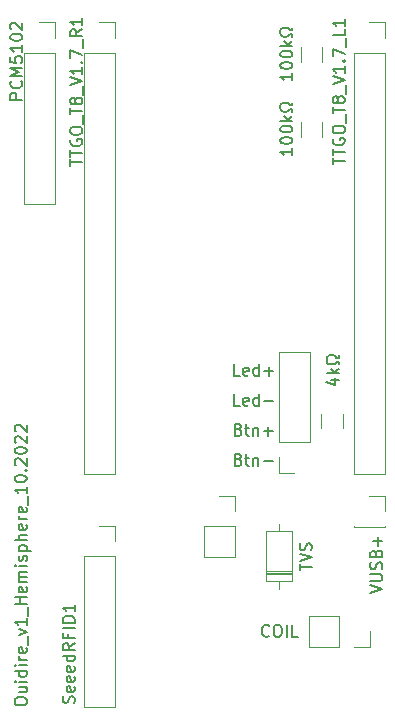
<source format=gbr>
%TF.GenerationSoftware,KiCad,Pcbnew,(5.1.6-0)*%
%TF.CreationDate,2022-10-03T16:44:33+02:00*%
%TF.ProjectId,Ouidire_v1,4f756964-6972-4655-9f76-312e6b696361,rev?*%
%TF.SameCoordinates,Original*%
%TF.FileFunction,Legend,Top*%
%TF.FilePolarity,Positive*%
%FSLAX46Y46*%
G04 Gerber Fmt 4.6, Leading zero omitted, Abs format (unit mm)*
G04 Created by KiCad (PCBNEW (5.1.6-0)) date 2022-10-03 16:44:33*
%MOMM*%
%LPD*%
G01*
G04 APERTURE LIST*
%ADD10C,0.150000*%
%ADD11C,0.120000*%
G04 APERTURE END LIST*
D10*
X151677714Y-105687714D02*
X152344380Y-105687714D01*
X151296761Y-105925809D02*
X152011047Y-106163904D01*
X152011047Y-105544857D01*
X152344380Y-105163904D02*
X151344380Y-105163904D01*
X151963428Y-105068666D02*
X152344380Y-104782952D01*
X151677714Y-104782952D02*
X152058666Y-105163904D01*
X152344380Y-104402000D02*
X152344380Y-104163904D01*
X152153904Y-104163904D01*
X152106285Y-104259142D01*
X152011047Y-104354380D01*
X151868190Y-104402000D01*
X151630095Y-104402000D01*
X151487238Y-104354380D01*
X151392000Y-104259142D01*
X151344380Y-104116285D01*
X151344380Y-103925809D01*
X151392000Y-103782952D01*
X151487238Y-103687714D01*
X151630095Y-103640095D01*
X151868190Y-103640095D01*
X152011047Y-103687714D01*
X152106285Y-103782952D01*
X152153904Y-103878190D01*
X152344380Y-103878190D01*
X152344380Y-103640095D01*
X149058380Y-121840476D02*
X149058380Y-121269047D01*
X150058380Y-121554761D02*
X149058380Y-121554761D01*
X149058380Y-121078571D02*
X150058380Y-120745238D01*
X149058380Y-120411904D01*
X150010761Y-120126190D02*
X150058380Y-119983333D01*
X150058380Y-119745238D01*
X150010761Y-119650000D01*
X149963142Y-119602380D01*
X149867904Y-119554761D01*
X149772666Y-119554761D01*
X149677428Y-119602380D01*
X149629809Y-119650000D01*
X149582190Y-119745238D01*
X149534571Y-119935714D01*
X149486952Y-120030952D01*
X149439333Y-120078571D01*
X149344095Y-120126190D01*
X149248857Y-120126190D01*
X149153619Y-120078571D01*
X149106000Y-120030952D01*
X149058380Y-119935714D01*
X149058380Y-119697619D01*
X149106000Y-119554761D01*
X146462857Y-127357142D02*
X146415238Y-127404761D01*
X146272380Y-127452380D01*
X146177142Y-127452380D01*
X146034285Y-127404761D01*
X145939047Y-127309523D01*
X145891428Y-127214285D01*
X145843809Y-127023809D01*
X145843809Y-126880952D01*
X145891428Y-126690476D01*
X145939047Y-126595238D01*
X146034285Y-126500000D01*
X146177142Y-126452380D01*
X146272380Y-126452380D01*
X146415238Y-126500000D01*
X146462857Y-126547619D01*
X147081904Y-126452380D02*
X147272380Y-126452380D01*
X147367619Y-126500000D01*
X147462857Y-126595238D01*
X147510476Y-126785714D01*
X147510476Y-127119047D01*
X147462857Y-127309523D01*
X147367619Y-127404761D01*
X147272380Y-127452380D01*
X147081904Y-127452380D01*
X146986666Y-127404761D01*
X146891428Y-127309523D01*
X146843809Y-127119047D01*
X146843809Y-126785714D01*
X146891428Y-126595238D01*
X146986666Y-126500000D01*
X147081904Y-126452380D01*
X147939047Y-127452380D02*
X147939047Y-126452380D01*
X148891428Y-127452380D02*
X148415238Y-127452380D01*
X148415238Y-126452380D01*
X148407380Y-79747857D02*
X148407380Y-80319285D01*
X148407380Y-80033571D02*
X147407380Y-80033571D01*
X147550238Y-80128809D01*
X147645476Y-80224047D01*
X147693095Y-80319285D01*
X147407380Y-79128809D02*
X147407380Y-79033571D01*
X147455000Y-78938333D01*
X147502619Y-78890714D01*
X147597857Y-78843095D01*
X147788333Y-78795476D01*
X148026428Y-78795476D01*
X148216904Y-78843095D01*
X148312142Y-78890714D01*
X148359761Y-78938333D01*
X148407380Y-79033571D01*
X148407380Y-79128809D01*
X148359761Y-79224047D01*
X148312142Y-79271666D01*
X148216904Y-79319285D01*
X148026428Y-79366904D01*
X147788333Y-79366904D01*
X147597857Y-79319285D01*
X147502619Y-79271666D01*
X147455000Y-79224047D01*
X147407380Y-79128809D01*
X147407380Y-78176428D02*
X147407380Y-78081190D01*
X147455000Y-77985952D01*
X147502619Y-77938333D01*
X147597857Y-77890714D01*
X147788333Y-77843095D01*
X148026428Y-77843095D01*
X148216904Y-77890714D01*
X148312142Y-77938333D01*
X148359761Y-77985952D01*
X148407380Y-78081190D01*
X148407380Y-78176428D01*
X148359761Y-78271666D01*
X148312142Y-78319285D01*
X148216904Y-78366904D01*
X148026428Y-78414523D01*
X147788333Y-78414523D01*
X147597857Y-78366904D01*
X147502619Y-78319285D01*
X147455000Y-78271666D01*
X147407380Y-78176428D01*
X148407380Y-77414523D02*
X147407380Y-77414523D01*
X148026428Y-77319285D02*
X148407380Y-77033571D01*
X147740714Y-77033571D02*
X148121666Y-77414523D01*
X148407380Y-76652619D02*
X148407380Y-76414523D01*
X148216904Y-76414523D01*
X148169285Y-76509761D01*
X148074047Y-76605000D01*
X147931190Y-76652619D01*
X147693095Y-76652619D01*
X147550238Y-76605000D01*
X147455000Y-76509761D01*
X147407380Y-76366904D01*
X147407380Y-76176428D01*
X147455000Y-76033571D01*
X147550238Y-75938333D01*
X147693095Y-75890714D01*
X147931190Y-75890714D01*
X148074047Y-75938333D01*
X148169285Y-76033571D01*
X148216904Y-76128809D01*
X148407380Y-76128809D01*
X148407380Y-75890714D01*
X148407380Y-86097857D02*
X148407380Y-86669285D01*
X148407380Y-86383571D02*
X147407380Y-86383571D01*
X147550238Y-86478809D01*
X147645476Y-86574047D01*
X147693095Y-86669285D01*
X147407380Y-85478809D02*
X147407380Y-85383571D01*
X147455000Y-85288333D01*
X147502619Y-85240714D01*
X147597857Y-85193095D01*
X147788333Y-85145476D01*
X148026428Y-85145476D01*
X148216904Y-85193095D01*
X148312142Y-85240714D01*
X148359761Y-85288333D01*
X148407380Y-85383571D01*
X148407380Y-85478809D01*
X148359761Y-85574047D01*
X148312142Y-85621666D01*
X148216904Y-85669285D01*
X148026428Y-85716904D01*
X147788333Y-85716904D01*
X147597857Y-85669285D01*
X147502619Y-85621666D01*
X147455000Y-85574047D01*
X147407380Y-85478809D01*
X147407380Y-84526428D02*
X147407380Y-84431190D01*
X147455000Y-84335952D01*
X147502619Y-84288333D01*
X147597857Y-84240714D01*
X147788333Y-84193095D01*
X148026428Y-84193095D01*
X148216904Y-84240714D01*
X148312142Y-84288333D01*
X148359761Y-84335952D01*
X148407380Y-84431190D01*
X148407380Y-84526428D01*
X148359761Y-84621666D01*
X148312142Y-84669285D01*
X148216904Y-84716904D01*
X148026428Y-84764523D01*
X147788333Y-84764523D01*
X147597857Y-84716904D01*
X147502619Y-84669285D01*
X147455000Y-84621666D01*
X147407380Y-84526428D01*
X148407380Y-83764523D02*
X147407380Y-83764523D01*
X148026428Y-83669285D02*
X148407380Y-83383571D01*
X147740714Y-83383571D02*
X148121666Y-83764523D01*
X148407380Y-83002619D02*
X148407380Y-82764523D01*
X148216904Y-82764523D01*
X148169285Y-82859761D01*
X148074047Y-82955000D01*
X147931190Y-83002619D01*
X147693095Y-83002619D01*
X147550238Y-82955000D01*
X147455000Y-82859761D01*
X147407380Y-82716904D01*
X147407380Y-82526428D01*
X147455000Y-82383571D01*
X147550238Y-82288333D01*
X147693095Y-82240714D01*
X147931190Y-82240714D01*
X148074047Y-82288333D01*
X148169285Y-82383571D01*
X148216904Y-82478809D01*
X148407380Y-82478809D01*
X148407380Y-82240714D01*
X124928380Y-133031785D02*
X124928380Y-132841309D01*
X124976000Y-132746071D01*
X125071238Y-132650833D01*
X125261714Y-132603214D01*
X125595047Y-132603214D01*
X125785523Y-132650833D01*
X125880761Y-132746071D01*
X125928380Y-132841309D01*
X125928380Y-133031785D01*
X125880761Y-133127023D01*
X125785523Y-133222261D01*
X125595047Y-133269880D01*
X125261714Y-133269880D01*
X125071238Y-133222261D01*
X124976000Y-133127023D01*
X124928380Y-133031785D01*
X125261714Y-131746071D02*
X125928380Y-131746071D01*
X125261714Y-132174642D02*
X125785523Y-132174642D01*
X125880761Y-132127023D01*
X125928380Y-132031785D01*
X125928380Y-131888928D01*
X125880761Y-131793690D01*
X125833142Y-131746071D01*
X125928380Y-131269880D02*
X125261714Y-131269880D01*
X124928380Y-131269880D02*
X124976000Y-131317500D01*
X125023619Y-131269880D01*
X124976000Y-131222261D01*
X124928380Y-131269880D01*
X125023619Y-131269880D01*
X125928380Y-130365119D02*
X124928380Y-130365119D01*
X125880761Y-130365119D02*
X125928380Y-130460357D01*
X125928380Y-130650833D01*
X125880761Y-130746071D01*
X125833142Y-130793690D01*
X125737904Y-130841309D01*
X125452190Y-130841309D01*
X125356952Y-130793690D01*
X125309333Y-130746071D01*
X125261714Y-130650833D01*
X125261714Y-130460357D01*
X125309333Y-130365119D01*
X125928380Y-129888928D02*
X125261714Y-129888928D01*
X124928380Y-129888928D02*
X124976000Y-129936547D01*
X125023619Y-129888928D01*
X124976000Y-129841309D01*
X124928380Y-129888928D01*
X125023619Y-129888928D01*
X125928380Y-129412738D02*
X125261714Y-129412738D01*
X125452190Y-129412738D02*
X125356952Y-129365119D01*
X125309333Y-129317500D01*
X125261714Y-129222261D01*
X125261714Y-129127023D01*
X125880761Y-128412738D02*
X125928380Y-128507976D01*
X125928380Y-128698452D01*
X125880761Y-128793690D01*
X125785523Y-128841309D01*
X125404571Y-128841309D01*
X125309333Y-128793690D01*
X125261714Y-128698452D01*
X125261714Y-128507976D01*
X125309333Y-128412738D01*
X125404571Y-128365119D01*
X125499809Y-128365119D01*
X125595047Y-128841309D01*
X126023619Y-128174642D02*
X126023619Y-127412738D01*
X125261714Y-127269880D02*
X125928380Y-127031785D01*
X125261714Y-126793690D01*
X125928380Y-125888928D02*
X125928380Y-126460357D01*
X125928380Y-126174642D02*
X124928380Y-126174642D01*
X125071238Y-126269880D01*
X125166476Y-126365119D01*
X125214095Y-126460357D01*
X126023619Y-125698452D02*
X126023619Y-124936547D01*
X125928380Y-124698452D02*
X124928380Y-124698452D01*
X125404571Y-124698452D02*
X125404571Y-124127023D01*
X125928380Y-124127023D02*
X124928380Y-124127023D01*
X125880761Y-123269880D02*
X125928380Y-123365119D01*
X125928380Y-123555595D01*
X125880761Y-123650833D01*
X125785523Y-123698452D01*
X125404571Y-123698452D01*
X125309333Y-123650833D01*
X125261714Y-123555595D01*
X125261714Y-123365119D01*
X125309333Y-123269880D01*
X125404571Y-123222261D01*
X125499809Y-123222261D01*
X125595047Y-123698452D01*
X125928380Y-122793690D02*
X125261714Y-122793690D01*
X125356952Y-122793690D02*
X125309333Y-122746071D01*
X125261714Y-122650833D01*
X125261714Y-122507976D01*
X125309333Y-122412738D01*
X125404571Y-122365119D01*
X125928380Y-122365119D01*
X125404571Y-122365119D02*
X125309333Y-122317500D01*
X125261714Y-122222261D01*
X125261714Y-122079404D01*
X125309333Y-121984166D01*
X125404571Y-121936547D01*
X125928380Y-121936547D01*
X125928380Y-121460357D02*
X125261714Y-121460357D01*
X124928380Y-121460357D02*
X124976000Y-121507976D01*
X125023619Y-121460357D01*
X124976000Y-121412738D01*
X124928380Y-121460357D01*
X125023619Y-121460357D01*
X125880761Y-121031785D02*
X125928380Y-120936547D01*
X125928380Y-120746071D01*
X125880761Y-120650833D01*
X125785523Y-120603214D01*
X125737904Y-120603214D01*
X125642666Y-120650833D01*
X125595047Y-120746071D01*
X125595047Y-120888928D01*
X125547428Y-120984166D01*
X125452190Y-121031785D01*
X125404571Y-121031785D01*
X125309333Y-120984166D01*
X125261714Y-120888928D01*
X125261714Y-120746071D01*
X125309333Y-120650833D01*
X125261714Y-120174642D02*
X126261714Y-120174642D01*
X125309333Y-120174642D02*
X125261714Y-120079404D01*
X125261714Y-119888928D01*
X125309333Y-119793690D01*
X125356952Y-119746071D01*
X125452190Y-119698452D01*
X125737904Y-119698452D01*
X125833142Y-119746071D01*
X125880761Y-119793690D01*
X125928380Y-119888928D01*
X125928380Y-120079404D01*
X125880761Y-120174642D01*
X125928380Y-119269880D02*
X124928380Y-119269880D01*
X125928380Y-118841309D02*
X125404571Y-118841309D01*
X125309333Y-118888928D01*
X125261714Y-118984166D01*
X125261714Y-119127023D01*
X125309333Y-119222261D01*
X125356952Y-119269880D01*
X125880761Y-117984166D02*
X125928380Y-118079404D01*
X125928380Y-118269880D01*
X125880761Y-118365119D01*
X125785523Y-118412738D01*
X125404571Y-118412738D01*
X125309333Y-118365119D01*
X125261714Y-118269880D01*
X125261714Y-118079404D01*
X125309333Y-117984166D01*
X125404571Y-117936547D01*
X125499809Y-117936547D01*
X125595047Y-118412738D01*
X125928380Y-117507976D02*
X125261714Y-117507976D01*
X125452190Y-117507976D02*
X125356952Y-117460357D01*
X125309333Y-117412738D01*
X125261714Y-117317500D01*
X125261714Y-117222261D01*
X125880761Y-116507976D02*
X125928380Y-116603214D01*
X125928380Y-116793690D01*
X125880761Y-116888928D01*
X125785523Y-116936547D01*
X125404571Y-116936547D01*
X125309333Y-116888928D01*
X125261714Y-116793690D01*
X125261714Y-116603214D01*
X125309333Y-116507976D01*
X125404571Y-116460357D01*
X125499809Y-116460357D01*
X125595047Y-116936547D01*
X126023619Y-116269880D02*
X126023619Y-115507976D01*
X125928380Y-114746071D02*
X125928380Y-115317500D01*
X125928380Y-115031785D02*
X124928380Y-115031785D01*
X125071238Y-115127023D01*
X125166476Y-115222261D01*
X125214095Y-115317500D01*
X124928380Y-114127023D02*
X124928380Y-114031785D01*
X124976000Y-113936547D01*
X125023619Y-113888928D01*
X125118857Y-113841309D01*
X125309333Y-113793690D01*
X125547428Y-113793690D01*
X125737904Y-113841309D01*
X125833142Y-113888928D01*
X125880761Y-113936547D01*
X125928380Y-114031785D01*
X125928380Y-114127023D01*
X125880761Y-114222261D01*
X125833142Y-114269880D01*
X125737904Y-114317500D01*
X125547428Y-114365119D01*
X125309333Y-114365119D01*
X125118857Y-114317500D01*
X125023619Y-114269880D01*
X124976000Y-114222261D01*
X124928380Y-114127023D01*
X125833142Y-113365119D02*
X125880761Y-113317500D01*
X125928380Y-113365119D01*
X125880761Y-113412738D01*
X125833142Y-113365119D01*
X125928380Y-113365119D01*
X125023619Y-112936547D02*
X124976000Y-112888928D01*
X124928380Y-112793690D01*
X124928380Y-112555595D01*
X124976000Y-112460357D01*
X125023619Y-112412738D01*
X125118857Y-112365119D01*
X125214095Y-112365119D01*
X125356952Y-112412738D01*
X125928380Y-112984166D01*
X125928380Y-112365119D01*
X124928380Y-111746071D02*
X124928380Y-111650833D01*
X124976000Y-111555595D01*
X125023619Y-111507976D01*
X125118857Y-111460357D01*
X125309333Y-111412738D01*
X125547428Y-111412738D01*
X125737904Y-111460357D01*
X125833142Y-111507976D01*
X125880761Y-111555595D01*
X125928380Y-111650833D01*
X125928380Y-111746071D01*
X125880761Y-111841309D01*
X125833142Y-111888928D01*
X125737904Y-111936547D01*
X125547428Y-111984166D01*
X125309333Y-111984166D01*
X125118857Y-111936547D01*
X125023619Y-111888928D01*
X124976000Y-111841309D01*
X124928380Y-111746071D01*
X125023619Y-111031785D02*
X124976000Y-110984166D01*
X124928380Y-110888928D01*
X124928380Y-110650833D01*
X124976000Y-110555595D01*
X125023619Y-110507976D01*
X125118857Y-110460357D01*
X125214095Y-110460357D01*
X125356952Y-110507976D01*
X125928380Y-111079404D01*
X125928380Y-110460357D01*
X125023619Y-110079404D02*
X124976000Y-110031785D01*
X124928380Y-109936547D01*
X124928380Y-109698452D01*
X124976000Y-109603214D01*
X125023619Y-109555595D01*
X125118857Y-109507976D01*
X125214095Y-109507976D01*
X125356952Y-109555595D01*
X125928380Y-110127023D01*
X125928380Y-109507976D01*
X143970523Y-105354380D02*
X143494333Y-105354380D01*
X143494333Y-104354380D01*
X144684809Y-105306761D02*
X144589571Y-105354380D01*
X144399095Y-105354380D01*
X144303857Y-105306761D01*
X144256238Y-105211523D01*
X144256238Y-104830571D01*
X144303857Y-104735333D01*
X144399095Y-104687714D01*
X144589571Y-104687714D01*
X144684809Y-104735333D01*
X144732428Y-104830571D01*
X144732428Y-104925809D01*
X144256238Y-105021047D01*
X145589571Y-105354380D02*
X145589571Y-104354380D01*
X145589571Y-105306761D02*
X145494333Y-105354380D01*
X145303857Y-105354380D01*
X145208619Y-105306761D01*
X145161000Y-105259142D01*
X145113380Y-105163904D01*
X145113380Y-104878190D01*
X145161000Y-104782952D01*
X145208619Y-104735333D01*
X145303857Y-104687714D01*
X145494333Y-104687714D01*
X145589571Y-104735333D01*
X146065761Y-104973428D02*
X146827666Y-104973428D01*
X146446714Y-105354380D02*
X146446714Y-104592476D01*
X143970523Y-107894380D02*
X143494333Y-107894380D01*
X143494333Y-106894380D01*
X144684809Y-107846761D02*
X144589571Y-107894380D01*
X144399095Y-107894380D01*
X144303857Y-107846761D01*
X144256238Y-107751523D01*
X144256238Y-107370571D01*
X144303857Y-107275333D01*
X144399095Y-107227714D01*
X144589571Y-107227714D01*
X144684809Y-107275333D01*
X144732428Y-107370571D01*
X144732428Y-107465809D01*
X144256238Y-107561047D01*
X145589571Y-107894380D02*
X145589571Y-106894380D01*
X145589571Y-107846761D02*
X145494333Y-107894380D01*
X145303857Y-107894380D01*
X145208619Y-107846761D01*
X145161000Y-107799142D01*
X145113380Y-107703904D01*
X145113380Y-107418190D01*
X145161000Y-107322952D01*
X145208619Y-107275333D01*
X145303857Y-107227714D01*
X145494333Y-107227714D01*
X145589571Y-107275333D01*
X146065761Y-107513428D02*
X146827666Y-107513428D01*
X143875285Y-109910571D02*
X144018142Y-109958190D01*
X144065761Y-110005809D01*
X144113380Y-110101047D01*
X144113380Y-110243904D01*
X144065761Y-110339142D01*
X144018142Y-110386761D01*
X143922904Y-110434380D01*
X143541952Y-110434380D01*
X143541952Y-109434380D01*
X143875285Y-109434380D01*
X143970523Y-109482000D01*
X144018142Y-109529619D01*
X144065761Y-109624857D01*
X144065761Y-109720095D01*
X144018142Y-109815333D01*
X143970523Y-109862952D01*
X143875285Y-109910571D01*
X143541952Y-109910571D01*
X144399095Y-109767714D02*
X144780047Y-109767714D01*
X144541952Y-109434380D02*
X144541952Y-110291523D01*
X144589571Y-110386761D01*
X144684809Y-110434380D01*
X144780047Y-110434380D01*
X145113380Y-109767714D02*
X145113380Y-110434380D01*
X145113380Y-109862952D02*
X145161000Y-109815333D01*
X145256238Y-109767714D01*
X145399095Y-109767714D01*
X145494333Y-109815333D01*
X145541952Y-109910571D01*
X145541952Y-110434380D01*
X146018142Y-110053428D02*
X146780047Y-110053428D01*
X146399095Y-110434380D02*
X146399095Y-109672476D01*
X143875285Y-112450571D02*
X144018142Y-112498190D01*
X144065761Y-112545809D01*
X144113380Y-112641047D01*
X144113380Y-112783904D01*
X144065761Y-112879142D01*
X144018142Y-112926761D01*
X143922904Y-112974380D01*
X143541952Y-112974380D01*
X143541952Y-111974380D01*
X143875285Y-111974380D01*
X143970523Y-112022000D01*
X144018142Y-112069619D01*
X144065761Y-112164857D01*
X144065761Y-112260095D01*
X144018142Y-112355333D01*
X143970523Y-112402952D01*
X143875285Y-112450571D01*
X143541952Y-112450571D01*
X144399095Y-112307714D02*
X144780047Y-112307714D01*
X144541952Y-111974380D02*
X144541952Y-112831523D01*
X144589571Y-112926761D01*
X144684809Y-112974380D01*
X144780047Y-112974380D01*
X145113380Y-112307714D02*
X145113380Y-112974380D01*
X145113380Y-112402952D02*
X145161000Y-112355333D01*
X145256238Y-112307714D01*
X145399095Y-112307714D01*
X145494333Y-112355333D01*
X145541952Y-112450571D01*
X145541952Y-112974380D01*
X146018142Y-112593428D02*
X146780047Y-112593428D01*
D11*
%TO.C,PCM5102*%
X125670000Y-78025001D02*
X128330000Y-78025001D01*
X125670000Y-78025001D02*
X125670000Y-90785001D01*
X125670000Y-90785001D02*
X128330000Y-90785001D01*
X128330000Y-78025001D02*
X128330000Y-90785001D01*
X128330000Y-75425001D02*
X128330000Y-76755001D01*
X127000000Y-75425001D02*
X128330000Y-75425001D01*
%TO.C,JST_LedBtn1*%
X149920000Y-110998000D02*
X147260000Y-110998000D01*
X149920000Y-110998000D02*
X149920000Y-103318000D01*
X149920000Y-103318000D02*
X147260000Y-103318000D01*
X147260000Y-110998000D02*
X147260000Y-103318000D01*
X147260000Y-113598000D02*
X147260000Y-112268000D01*
X148590000Y-113598000D02*
X147260000Y-113598000D01*
%TO.C,Coil1*%
X142240000Y-115510000D02*
X143570000Y-115510000D01*
X143570000Y-115510000D02*
X143570000Y-116840000D01*
X143570000Y-118110000D02*
X143570000Y-120710000D01*
X140910000Y-120710000D02*
X143570000Y-120710000D01*
X140910000Y-118110000D02*
X140910000Y-120710000D01*
X140910000Y-118110000D02*
X143570000Y-118110000D01*
%TO.C,Coil2*%
X152400000Y-125670000D02*
X152400000Y-128330000D01*
X152400000Y-125670000D02*
X149800000Y-125670000D01*
X149800000Y-125670000D02*
X149800000Y-128330000D01*
X152400000Y-128330000D02*
X149800000Y-128330000D01*
X155000000Y-128330000D02*
X153670000Y-128330000D01*
X155000000Y-127000000D02*
X155000000Y-128330000D01*
%TO.C,D1*%
X146200000Y-122770000D02*
X148440000Y-122770000D01*
X148440000Y-122770000D02*
X148440000Y-118530000D01*
X148440000Y-118530000D02*
X146200000Y-118530000D01*
X146200000Y-118530000D02*
X146200000Y-122770000D01*
X147320000Y-123420000D02*
X147320000Y-122770000D01*
X147320000Y-117880000D02*
X147320000Y-118530000D01*
X146200000Y-122050000D02*
X148440000Y-122050000D01*
X146200000Y-121930000D02*
X148440000Y-121930000D01*
X146200000Y-122170000D02*
X148440000Y-122170000D01*
%TO.C,VUSB+*%
X153610000Y-118170000D02*
X156270000Y-118170000D01*
X153610000Y-118050000D02*
X153610000Y-118170000D01*
X156270000Y-118050000D02*
X156270000Y-118170000D01*
X156270000Y-115510000D02*
X156270000Y-116840000D01*
X154940000Y-115510000D02*
X156270000Y-115510000D01*
%TO.C,R1*%
X149153200Y-85107864D02*
X149153200Y-83903736D01*
X150973200Y-85107864D02*
X150973200Y-83903736D01*
%TO.C,R2*%
X150973200Y-78757864D02*
X150973200Y-77553736D01*
X149153200Y-78757864D02*
X149153200Y-77553736D01*
%TO.C,R3*%
X150855000Y-109822064D02*
X150855000Y-108617936D01*
X152675000Y-109822064D02*
X152675000Y-108617936D01*
%TO.C,SeeedRFID1*%
X132080000Y-118050000D02*
X133410000Y-118050000D01*
X133410000Y-118050000D02*
X133410000Y-119380000D01*
X133410000Y-120650000D02*
X133410000Y-133410000D01*
X130750000Y-133410000D02*
X133410000Y-133410000D01*
X130750000Y-120650000D02*
X130750000Y-133410000D01*
X130750000Y-120650000D02*
X133410000Y-120650000D01*
%TO.C,TTGO_T8_V1.7_L1*%
X153610000Y-78025001D02*
X156270000Y-78025001D01*
X153610000Y-78025001D02*
X153610000Y-113645001D01*
X153610000Y-113645001D02*
X156270000Y-113645001D01*
X156270000Y-78025001D02*
X156270000Y-113645001D01*
X156270000Y-75425001D02*
X156270000Y-76755001D01*
X154940000Y-75425001D02*
X156270000Y-75425001D01*
%TO.C,TTGO_T8_V1.7_R1*%
X132080000Y-75425001D02*
X133410000Y-75425001D01*
X133410000Y-75425001D02*
X133410000Y-76755001D01*
X133410000Y-78025001D02*
X133410000Y-113645001D01*
X130750000Y-113645001D02*
X133410000Y-113645001D01*
X130750000Y-78025001D02*
X130750000Y-113645001D01*
X130750000Y-78025001D02*
X133410000Y-78025001D01*
%TO.C,PCM5102*%
D10*
X125547380Y-81978095D02*
X124547380Y-81978095D01*
X124547380Y-81597142D01*
X124595000Y-81501904D01*
X124642619Y-81454285D01*
X124737857Y-81406666D01*
X124880714Y-81406666D01*
X124975952Y-81454285D01*
X125023571Y-81501904D01*
X125071190Y-81597142D01*
X125071190Y-81978095D01*
X125452142Y-80406666D02*
X125499761Y-80454285D01*
X125547380Y-80597142D01*
X125547380Y-80692380D01*
X125499761Y-80835238D01*
X125404523Y-80930476D01*
X125309285Y-80978095D01*
X125118809Y-81025714D01*
X124975952Y-81025714D01*
X124785476Y-80978095D01*
X124690238Y-80930476D01*
X124595000Y-80835238D01*
X124547380Y-80692380D01*
X124547380Y-80597142D01*
X124595000Y-80454285D01*
X124642619Y-80406666D01*
X125547380Y-79978095D02*
X124547380Y-79978095D01*
X125261666Y-79644761D01*
X124547380Y-79311428D01*
X125547380Y-79311428D01*
X124547380Y-78359047D02*
X124547380Y-78835238D01*
X125023571Y-78882857D01*
X124975952Y-78835238D01*
X124928333Y-78740000D01*
X124928333Y-78501904D01*
X124975952Y-78406666D01*
X125023571Y-78359047D01*
X125118809Y-78311428D01*
X125356904Y-78311428D01*
X125452142Y-78359047D01*
X125499761Y-78406666D01*
X125547380Y-78501904D01*
X125547380Y-78740000D01*
X125499761Y-78835238D01*
X125452142Y-78882857D01*
X125547380Y-77359047D02*
X125547380Y-77930476D01*
X125547380Y-77644761D02*
X124547380Y-77644761D01*
X124690238Y-77740000D01*
X124785476Y-77835238D01*
X124833095Y-77930476D01*
X124547380Y-76740000D02*
X124547380Y-76644761D01*
X124595000Y-76549523D01*
X124642619Y-76501904D01*
X124737857Y-76454285D01*
X124928333Y-76406666D01*
X125166428Y-76406666D01*
X125356904Y-76454285D01*
X125452142Y-76501904D01*
X125499761Y-76549523D01*
X125547380Y-76644761D01*
X125547380Y-76740000D01*
X125499761Y-76835238D01*
X125452142Y-76882857D01*
X125356904Y-76930476D01*
X125166428Y-76978095D01*
X124928333Y-76978095D01*
X124737857Y-76930476D01*
X124642619Y-76882857D01*
X124595000Y-76835238D01*
X124547380Y-76740000D01*
X124642619Y-76025714D02*
X124595000Y-75978095D01*
X124547380Y-75882857D01*
X124547380Y-75644761D01*
X124595000Y-75549523D01*
X124642619Y-75501904D01*
X124737857Y-75454285D01*
X124833095Y-75454285D01*
X124975952Y-75501904D01*
X125547380Y-76073333D01*
X125547380Y-75454285D01*
%TO.C,VUSB+*%
X155027380Y-123737380D02*
X156027380Y-123404047D01*
X155027380Y-123070714D01*
X155027380Y-122737380D02*
X155836904Y-122737380D01*
X155932142Y-122689761D01*
X155979761Y-122642142D01*
X156027380Y-122546904D01*
X156027380Y-122356428D01*
X155979761Y-122261190D01*
X155932142Y-122213571D01*
X155836904Y-122165952D01*
X155027380Y-122165952D01*
X155979761Y-121737380D02*
X156027380Y-121594523D01*
X156027380Y-121356428D01*
X155979761Y-121261190D01*
X155932142Y-121213571D01*
X155836904Y-121165952D01*
X155741666Y-121165952D01*
X155646428Y-121213571D01*
X155598809Y-121261190D01*
X155551190Y-121356428D01*
X155503571Y-121546904D01*
X155455952Y-121642142D01*
X155408333Y-121689761D01*
X155313095Y-121737380D01*
X155217857Y-121737380D01*
X155122619Y-121689761D01*
X155075000Y-121642142D01*
X155027380Y-121546904D01*
X155027380Y-121308809D01*
X155075000Y-121165952D01*
X155503571Y-120404047D02*
X155551190Y-120261190D01*
X155598809Y-120213571D01*
X155694047Y-120165952D01*
X155836904Y-120165952D01*
X155932142Y-120213571D01*
X155979761Y-120261190D01*
X156027380Y-120356428D01*
X156027380Y-120737380D01*
X155027380Y-120737380D01*
X155027380Y-120404047D01*
X155075000Y-120308809D01*
X155122619Y-120261190D01*
X155217857Y-120213571D01*
X155313095Y-120213571D01*
X155408333Y-120261190D01*
X155455952Y-120308809D01*
X155503571Y-120404047D01*
X155503571Y-120737380D01*
X155646428Y-119737380D02*
X155646428Y-118975476D01*
X156027380Y-119356428D02*
X155265476Y-119356428D01*
%TO.C,SeeedRFID1*%
X129944761Y-133071666D02*
X129992380Y-132928809D01*
X129992380Y-132690714D01*
X129944761Y-132595476D01*
X129897142Y-132547857D01*
X129801904Y-132500238D01*
X129706666Y-132500238D01*
X129611428Y-132547857D01*
X129563809Y-132595476D01*
X129516190Y-132690714D01*
X129468571Y-132881190D01*
X129420952Y-132976428D01*
X129373333Y-133024047D01*
X129278095Y-133071666D01*
X129182857Y-133071666D01*
X129087619Y-133024047D01*
X129040000Y-132976428D01*
X128992380Y-132881190D01*
X128992380Y-132643095D01*
X129040000Y-132500238D01*
X129944761Y-131690714D02*
X129992380Y-131785952D01*
X129992380Y-131976428D01*
X129944761Y-132071666D01*
X129849523Y-132119285D01*
X129468571Y-132119285D01*
X129373333Y-132071666D01*
X129325714Y-131976428D01*
X129325714Y-131785952D01*
X129373333Y-131690714D01*
X129468571Y-131643095D01*
X129563809Y-131643095D01*
X129659047Y-132119285D01*
X129944761Y-130833571D02*
X129992380Y-130928809D01*
X129992380Y-131119285D01*
X129944761Y-131214523D01*
X129849523Y-131262142D01*
X129468571Y-131262142D01*
X129373333Y-131214523D01*
X129325714Y-131119285D01*
X129325714Y-130928809D01*
X129373333Y-130833571D01*
X129468571Y-130785952D01*
X129563809Y-130785952D01*
X129659047Y-131262142D01*
X129944761Y-129976428D02*
X129992380Y-130071666D01*
X129992380Y-130262142D01*
X129944761Y-130357380D01*
X129849523Y-130405000D01*
X129468571Y-130405000D01*
X129373333Y-130357380D01*
X129325714Y-130262142D01*
X129325714Y-130071666D01*
X129373333Y-129976428D01*
X129468571Y-129928809D01*
X129563809Y-129928809D01*
X129659047Y-130405000D01*
X129992380Y-129071666D02*
X128992380Y-129071666D01*
X129944761Y-129071666D02*
X129992380Y-129166904D01*
X129992380Y-129357380D01*
X129944761Y-129452619D01*
X129897142Y-129500238D01*
X129801904Y-129547857D01*
X129516190Y-129547857D01*
X129420952Y-129500238D01*
X129373333Y-129452619D01*
X129325714Y-129357380D01*
X129325714Y-129166904D01*
X129373333Y-129071666D01*
X129992380Y-128024047D02*
X129516190Y-128357380D01*
X129992380Y-128595476D02*
X128992380Y-128595476D01*
X128992380Y-128214523D01*
X129040000Y-128119285D01*
X129087619Y-128071666D01*
X129182857Y-128024047D01*
X129325714Y-128024047D01*
X129420952Y-128071666D01*
X129468571Y-128119285D01*
X129516190Y-128214523D01*
X129516190Y-128595476D01*
X129468571Y-127262142D02*
X129468571Y-127595476D01*
X129992380Y-127595476D02*
X128992380Y-127595476D01*
X128992380Y-127119285D01*
X129992380Y-126738333D02*
X128992380Y-126738333D01*
X129992380Y-126262142D02*
X128992380Y-126262142D01*
X128992380Y-126024047D01*
X129040000Y-125881190D01*
X129135238Y-125785952D01*
X129230476Y-125738333D01*
X129420952Y-125690714D01*
X129563809Y-125690714D01*
X129754285Y-125738333D01*
X129849523Y-125785952D01*
X129944761Y-125881190D01*
X129992380Y-126024047D01*
X129992380Y-126262142D01*
X129992380Y-124738333D02*
X129992380Y-125309761D01*
X129992380Y-125024047D02*
X128992380Y-125024047D01*
X129135238Y-125119285D01*
X129230476Y-125214523D01*
X129278095Y-125309761D01*
%TO.C,TTGO_T8_V1.7_L1*%
X151852380Y-87470476D02*
X151852380Y-86899047D01*
X152852380Y-87184761D02*
X151852380Y-87184761D01*
X151852380Y-86708571D02*
X151852380Y-86137142D01*
X152852380Y-86422857D02*
X151852380Y-86422857D01*
X151900000Y-85280000D02*
X151852380Y-85375238D01*
X151852380Y-85518095D01*
X151900000Y-85660952D01*
X151995238Y-85756190D01*
X152090476Y-85803809D01*
X152280952Y-85851428D01*
X152423809Y-85851428D01*
X152614285Y-85803809D01*
X152709523Y-85756190D01*
X152804761Y-85660952D01*
X152852380Y-85518095D01*
X152852380Y-85422857D01*
X152804761Y-85280000D01*
X152757142Y-85232380D01*
X152423809Y-85232380D01*
X152423809Y-85422857D01*
X151852380Y-84613333D02*
X151852380Y-84422857D01*
X151900000Y-84327619D01*
X151995238Y-84232380D01*
X152185714Y-84184761D01*
X152519047Y-84184761D01*
X152709523Y-84232380D01*
X152804761Y-84327619D01*
X152852380Y-84422857D01*
X152852380Y-84613333D01*
X152804761Y-84708571D01*
X152709523Y-84803809D01*
X152519047Y-84851428D01*
X152185714Y-84851428D01*
X151995238Y-84803809D01*
X151900000Y-84708571D01*
X151852380Y-84613333D01*
X152947619Y-83994285D02*
X152947619Y-83232380D01*
X151852380Y-83137142D02*
X151852380Y-82565714D01*
X152852380Y-82851428D02*
X151852380Y-82851428D01*
X152280952Y-82089523D02*
X152233333Y-82184761D01*
X152185714Y-82232380D01*
X152090476Y-82280000D01*
X152042857Y-82280000D01*
X151947619Y-82232380D01*
X151900000Y-82184761D01*
X151852380Y-82089523D01*
X151852380Y-81899047D01*
X151900000Y-81803809D01*
X151947619Y-81756190D01*
X152042857Y-81708571D01*
X152090476Y-81708571D01*
X152185714Y-81756190D01*
X152233333Y-81803809D01*
X152280952Y-81899047D01*
X152280952Y-82089523D01*
X152328571Y-82184761D01*
X152376190Y-82232380D01*
X152471428Y-82280000D01*
X152661904Y-82280000D01*
X152757142Y-82232380D01*
X152804761Y-82184761D01*
X152852380Y-82089523D01*
X152852380Y-81899047D01*
X152804761Y-81803809D01*
X152757142Y-81756190D01*
X152661904Y-81708571D01*
X152471428Y-81708571D01*
X152376190Y-81756190D01*
X152328571Y-81803809D01*
X152280952Y-81899047D01*
X152947619Y-81518095D02*
X152947619Y-80756190D01*
X151852380Y-80660952D02*
X152852380Y-80327619D01*
X151852380Y-79994285D01*
X152852380Y-79137142D02*
X152852380Y-79708571D01*
X152852380Y-79422857D02*
X151852380Y-79422857D01*
X151995238Y-79518095D01*
X152090476Y-79613333D01*
X152138095Y-79708571D01*
X152757142Y-78708571D02*
X152804761Y-78660952D01*
X152852380Y-78708571D01*
X152804761Y-78756190D01*
X152757142Y-78708571D01*
X152852380Y-78708571D01*
X151852380Y-78327619D02*
X151852380Y-77660952D01*
X152852380Y-78089523D01*
X152947619Y-77518095D02*
X152947619Y-76756190D01*
X152852380Y-76041904D02*
X152852380Y-76518095D01*
X151852380Y-76518095D01*
X152852380Y-75184761D02*
X152852380Y-75756190D01*
X152852380Y-75470476D02*
X151852380Y-75470476D01*
X151995238Y-75565714D01*
X152090476Y-75660952D01*
X152138095Y-75756190D01*
%TO.C,TTGO_T8_V1.7_R1*%
X129627380Y-87565714D02*
X129627380Y-86994285D01*
X130627380Y-87280000D02*
X129627380Y-87280000D01*
X129627380Y-86803809D02*
X129627380Y-86232380D01*
X130627380Y-86518095D02*
X129627380Y-86518095D01*
X129675000Y-85375238D02*
X129627380Y-85470476D01*
X129627380Y-85613333D01*
X129675000Y-85756190D01*
X129770238Y-85851428D01*
X129865476Y-85899047D01*
X130055952Y-85946666D01*
X130198809Y-85946666D01*
X130389285Y-85899047D01*
X130484523Y-85851428D01*
X130579761Y-85756190D01*
X130627380Y-85613333D01*
X130627380Y-85518095D01*
X130579761Y-85375238D01*
X130532142Y-85327619D01*
X130198809Y-85327619D01*
X130198809Y-85518095D01*
X129627380Y-84708571D02*
X129627380Y-84518095D01*
X129675000Y-84422857D01*
X129770238Y-84327619D01*
X129960714Y-84280000D01*
X130294047Y-84280000D01*
X130484523Y-84327619D01*
X130579761Y-84422857D01*
X130627380Y-84518095D01*
X130627380Y-84708571D01*
X130579761Y-84803809D01*
X130484523Y-84899047D01*
X130294047Y-84946666D01*
X129960714Y-84946666D01*
X129770238Y-84899047D01*
X129675000Y-84803809D01*
X129627380Y-84708571D01*
X130722619Y-84089523D02*
X130722619Y-83327619D01*
X129627380Y-83232380D02*
X129627380Y-82660952D01*
X130627380Y-82946666D02*
X129627380Y-82946666D01*
X130055952Y-82184761D02*
X130008333Y-82280000D01*
X129960714Y-82327619D01*
X129865476Y-82375238D01*
X129817857Y-82375238D01*
X129722619Y-82327619D01*
X129675000Y-82280000D01*
X129627380Y-82184761D01*
X129627380Y-81994285D01*
X129675000Y-81899047D01*
X129722619Y-81851428D01*
X129817857Y-81803809D01*
X129865476Y-81803809D01*
X129960714Y-81851428D01*
X130008333Y-81899047D01*
X130055952Y-81994285D01*
X130055952Y-82184761D01*
X130103571Y-82280000D01*
X130151190Y-82327619D01*
X130246428Y-82375238D01*
X130436904Y-82375238D01*
X130532142Y-82327619D01*
X130579761Y-82280000D01*
X130627380Y-82184761D01*
X130627380Y-81994285D01*
X130579761Y-81899047D01*
X130532142Y-81851428D01*
X130436904Y-81803809D01*
X130246428Y-81803809D01*
X130151190Y-81851428D01*
X130103571Y-81899047D01*
X130055952Y-81994285D01*
X130722619Y-81613333D02*
X130722619Y-80851428D01*
X129627380Y-80756190D02*
X130627380Y-80422857D01*
X129627380Y-80089523D01*
X130627380Y-79232380D02*
X130627380Y-79803809D01*
X130627380Y-79518095D02*
X129627380Y-79518095D01*
X129770238Y-79613333D01*
X129865476Y-79708571D01*
X129913095Y-79803809D01*
X130532142Y-78803809D02*
X130579761Y-78756190D01*
X130627380Y-78803809D01*
X130579761Y-78851428D01*
X130532142Y-78803809D01*
X130627380Y-78803809D01*
X129627380Y-78422857D02*
X129627380Y-77756190D01*
X130627380Y-78184761D01*
X130722619Y-77613333D02*
X130722619Y-76851428D01*
X130627380Y-76041904D02*
X130151190Y-76375238D01*
X130627380Y-76613333D02*
X129627380Y-76613333D01*
X129627380Y-76232380D01*
X129675000Y-76137142D01*
X129722619Y-76089523D01*
X129817857Y-76041904D01*
X129960714Y-76041904D01*
X130055952Y-76089523D01*
X130103571Y-76137142D01*
X130151190Y-76232380D01*
X130151190Y-76613333D01*
X130627380Y-75089523D02*
X130627380Y-75660952D01*
X130627380Y-75375238D02*
X129627380Y-75375238D01*
X129770238Y-75470476D01*
X129865476Y-75565714D01*
X129913095Y-75660952D01*
%TD*%
M02*

</source>
